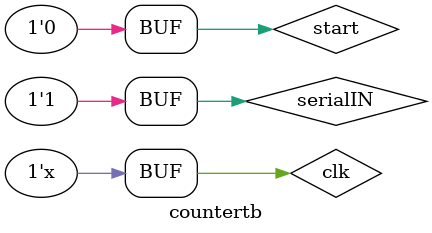
<source format=v>
`timescale 1ns / 1ps


module countertb;

reg start;
reg serialIN;
reg clk;
wire done;
wire hold;
wire SRegIN;

counter C1( start,  serialIN,  clk,  done,  hold,  SRegIN);

always #16 clk =~clk;

initial
begin
    start=0;
    serialIN=0;
    clk=0;
    #16;
    //starting simulation
    //////////////////////Data Size of 64 (Must pass correctly with no error)//////////////////////////// 
    serialIN =0;
    start =1;
    #32 serialIN =1;    
    #32 serialIN =0;
    #32 serialIN =1;    
    #32 serialIN =0;
    #32 serialIN =1;
    #32 serialIN =0;
    #32 serialIN =1;
    #32 serialIN =0;
    #32 serialIN =1;
    #32 serialIN =0;
    #32 serialIN =1;
    #32 serialIN =0;
    #32 serialIN =1;
    #32 serialIN =0;
    #32 serialIN =1;    
    #32 serialIN =0;
    #32 serialIN =1;    
    #32 serialIN =0;
    #32 serialIN =1;
    #32 serialIN =0;
    #32 serialIN =1;
    #32 serialIN =0;
    #32 serialIN =1;
    #32 serialIN =0;
    #32 serialIN =1;
    #32 serialIN =0;
    #32 serialIN =1;
    #32 serialIN =0;
    #32 serialIN =1;    
    #32 serialIN =0;
    #32 serialIN =1;    
    #32 serialIN =0;
    #32 serialIN =1;
    #32 serialIN =0;
    #32 serialIN =1;
    #32 serialIN =0;
    #32 serialIN =1;
    #32 serialIN =0;
    #32 serialIN =1;
    #32 serialIN =0;
    #32 serialIN =1;
    #32 serialIN =0;
    #32 serialIN =1;    
    #32 serialIN =0;
    #32 serialIN =1;    
    #32 serialIN =0;
    #32 serialIN =1;
    #32 serialIN =0;
    #32 serialIN =1;
    #32 serialIN =0;
    #32 serialIN =1;
    #32 serialIN =0;
    #32 serialIN =1;
    #32 serialIN =0;
    #32 serialIN =1;
    #32 serialIN =0;
    #32 serialIN =1;
    #32 serialIN =0;
    #32 serialIN =1;
    #32 serialIN =0;
    #32 serialIN =1;
    #32 serialIN =0;
    #32 serialIN =1;

    start =0;
    
    //////////////////////Data Size of 56 (Must output an error)//////////////////////////// 
    #128;
    serialIN =0;
    start =1;
    #32 serialIN =1;    
    #32 serialIN =0;
    #32 serialIN =1;    
    #32 serialIN =0;
    #32 serialIN =1;
    #32 serialIN =0;
    #32 serialIN =1;
    #32 serialIN =0;
    #32 serialIN =1;
    #32 serialIN =0;
    #32 serialIN =1;
    #32 serialIN =0;
    #32 serialIN =1;
    #32 serialIN =0;
    #32 serialIN =1;    
    #32 serialIN =0;
    #32 serialIN =1;    
    #32 serialIN =0;
    #32 serialIN =1;
    #32 serialIN =0;
    #32 serialIN =1;
    #32 serialIN =0;
    #32 serialIN =1;
    #32 serialIN =0;
    #32 serialIN =1;
    #32 serialIN =0;
    #32 serialIN =1;
    #32 serialIN =0;
    #32 serialIN =1;    
    #32 serialIN =0;
    #32 serialIN =1;    
    #32 serialIN =0;
    #32 serialIN =1;
    #32 serialIN =0;
    #32 serialIN =1;
    #32 serialIN =0;
    #32 serialIN =1;
    #32 serialIN =0;
    #32 serialIN =1;
    #32 serialIN =0;
    #32 serialIN =1;
    #32 serialIN =0;
    #32 serialIN =1;    
    #32 serialIN =0;
    #32 serialIN =1;    
    #32 serialIN =0;
    #32 serialIN =1;
    #32 serialIN =0;
    #32 serialIN =1;
    #32 serialIN =0;
    #32 serialIN =1;
    #32 serialIN =0;
    #32 serialIN =1;
    #32 serialIN =0;
    #32 serialIN =1;
    start =0;
    
end

endmodule

</source>
